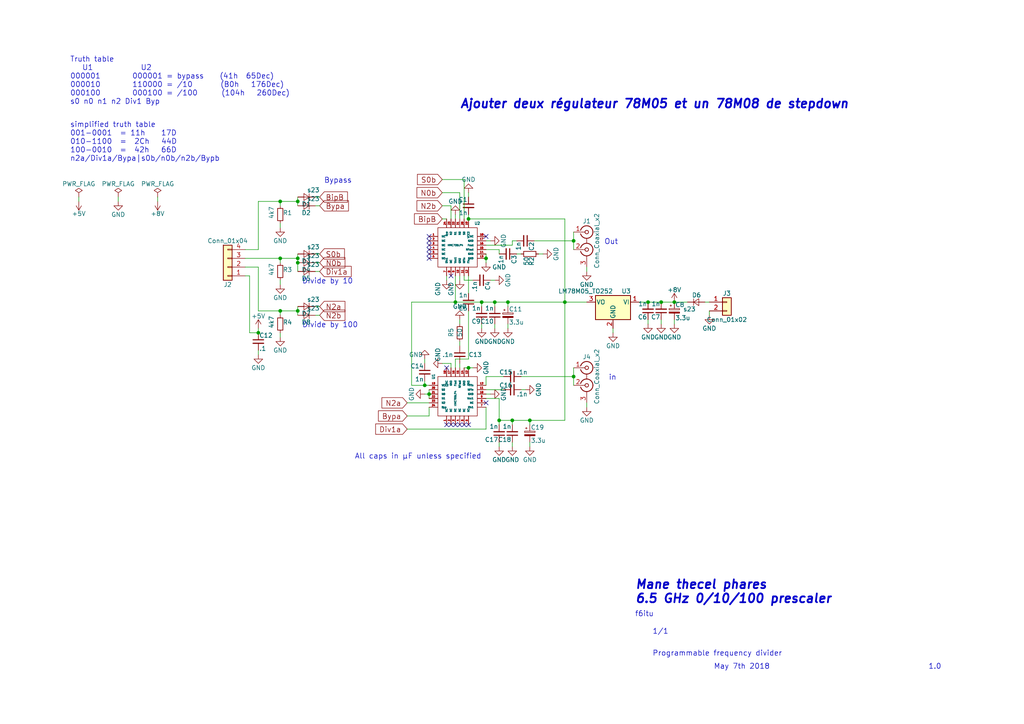
<source format=kicad_sch>
(kicad_sch (version 20230121) (generator eeschema)
  (paper "A4")
  (lib_symbols
    (symbol "prescaler-rescue:+5V" (power) (pin_names (offset 0))
      (property "Value" "+5V" (at 0 3.556 0))
      (symbol "+5V_0_1"
        (polyline (pts (xy -0.762 1.27) (xy 0 2.54)))
        (polyline (pts (xy 0 0) (xy 0 2.54)))
        (polyline (pts (xy 0 2.54) (xy 0.762 1.27)))
      )
      (symbol "+5V_1_1"
        (pin power_in line (at 0 0 90) (length 0) hide (name "+5V") (number "1"))
      )
    )
    (symbol "prescaler-rescue:+8V" (power) (pin_names (offset 0))
      (property "Value" "+8V" (at 0 3.556 0))
      (symbol "+8V_0_1"
        (polyline (pts (xy -0.762 1.27) (xy 0 2.54)))
        (polyline (pts (xy 0 0) (xy 0 2.54)))
        (polyline (pts (xy 0 2.54) (xy 0.762 1.27)))
      )
      (symbol "+8V_1_1"
        (pin power_in line (at 0 0 90) (length 0) hide (name "+8V") (number "1"))
      )
    )
    (symbol "prescaler-rescue:CP_Small" (pin_numbers hide) (pin_names (offset 0.254) hide)
      (property "Reference" "C" (at 0.254 1.778 0))
      (property "Value" "CP_Small" (at 0.254 -2.032 0))
      (symbol "CP_Small_0_1"
        (rectangle (start -1.524 -0.3048) (end 1.524 -0.6858) (fill (type outline)))
        (rectangle (start -1.524 0.6858) (end 1.524 0.3048))
        (polyline (pts (xy -1.27 1.524) (xy -0.762 1.524)))
        (polyline (pts (xy -1.016 1.27) (xy -1.016 1.778)))
      )
      (symbol "CP_Small_1_1"
        (pin passive line (at 0 2.54 270) (length 1.8542) (name "~") (number "1"))
        (pin passive line (at 0 -2.54 90) (length 1.8542) (name "~") (number "2"))
      )
    )
    (symbol "prescaler-rescue:C_Small" (pin_numbers hide) (pin_names (offset 0.254) hide)
      (property "Reference" "C" (at 0.254 1.778 0))
      (property "Value" "C_Small" (at 0.254 -2.032 0))
      (symbol "C_Small_0_1"
        (polyline (pts (xy -1.524 -0.508) (xy 1.524 -0.508)) (stroke (width 0.3302)))
        (polyline (pts (xy -1.524 0.508) (xy 1.524 0.508)) (stroke (width 0.3048)))
      )
      (symbol "C_Small_1_1"
        (pin passive line (at 0 2.54 270) (length 2.032) (name "~") (number "1"))
        (pin passive line (at 0 -2.54 90) (length 2.032) (name "~") (number "2"))
      )
    )
    (symbol "prescaler-rescue:Conn_01x02" (pin_names (offset 1.016) hide)
      (property "Reference" "J" (at 0 2.54 0))
      (property "Value" "Conn_01x02" (at 0 -5.08 0))
      (symbol "Conn_01x02_1_1"
        (rectangle (start -1.27 -2.413) (end 0 -2.667) (stroke (width 0.1524)))
        (rectangle (start -1.27 0.127) (end 0 -0.127) (stroke (width 0.1524)))
        (rectangle (start -1.27 1.27) (end 1.27 -3.81) (stroke (width 0.254)) (fill (type background)))
        (pin passive line (at -5.08 0 0) (length 3.81) (name "Pin_1") (number "1"))
        (pin passive line (at -5.08 -2.54 0) (length 3.81) (name "Pin_2") (number "2"))
      )
    )
    (symbol "prescaler-rescue:Conn_01x04" (pin_names (offset 1.016) hide)
      (property "Reference" "J" (at 0 5.08 0))
      (property "Value" "Conn_01x04" (at 0 -7.62 0))
      (symbol "Conn_01x04_1_1"
        (rectangle (start -1.27 -4.953) (end 0 -5.207) (stroke (width 0.1524)))
        (rectangle (start -1.27 -2.413) (end 0 -2.667) (stroke (width 0.1524)))
        (rectangle (start -1.27 0.127) (end 0 -0.127) (stroke (width 0.1524)))
        (rectangle (start -1.27 2.667) (end 0 2.413) (stroke (width 0.1524)))
        (rectangle (start -1.27 3.81) (end 1.27 -6.35) (stroke (width 0.254)) (fill (type background)))
        (pin passive line (at -5.08 2.54 0) (length 3.81) (name "Pin_1") (number "1"))
        (pin passive line (at -5.08 0 0) (length 3.81) (name "Pin_2") (number "2"))
        (pin passive line (at -5.08 -2.54 0) (length 3.81) (name "Pin_3") (number "3"))
        (pin passive line (at -5.08 -5.08 0) (length 3.81) (name "Pin_4") (number "4"))
      )
    )
    (symbol "prescaler-rescue:Conn_Coaxial_x2" (pin_names (offset 1.016) hide)
      (property "Reference" "J" (at 0 5.715 0))
      (property "Value" "Conn_Coaxial_x2" (at 2.921 0 90))
      (symbol "Conn_Coaxial_x2_0_1"
        (arc (start -1.778 -3.048) (mid 0.2311 -4.3466) (end 1.778 -2.54) (stroke (width 0.254)))
        (arc (start -1.778 2.032) (mid 0.2311 0.7334) (end 1.778 2.54) (stroke (width 0.254)))
        (circle (center 0 -2.54) (radius 0.508) (stroke (width 0.2032)))
        (polyline (pts (xy -1.27 -2.54) (xy -0.508 -2.54)))
        (polyline (pts (xy -1.27 2.54) (xy -0.508 2.54)))
        (polyline (pts (xy 0 -5.08) (xy 0 -4.318)))
        (polyline (pts (xy 0 0.762) (xy 0 -0.635)))
        (circle (center 0 2.54) (radius 0.508) (stroke (width 0.2032)))
        (arc (start 1.778 -2.54) (mid 0.2099 -0.7299) (end -1.778 -2.032) (stroke (width 0.254)))
        (arc (start 1.778 2.54) (mid 0.2099 4.3501) (end -1.778 3.048) (stroke (width 0.254)))
      )
      (symbol "Conn_Coaxial_x2_1_1"
        (pin passive line (at -3.81 2.54 0) (length 2.54) (name "IN1") (number "1"))
        (pin passive line (at -3.81 -2.54 0) (length 2.54) (name "IN2") (number "2"))
        (pin passive line (at 0 -7.62 90) (length 2.54) (name "EXT") (number "3"))
      )
    )
    (symbol "prescaler-rescue:D_Small" (pin_numbers hide) (pin_names (offset 0.254) hide)
      (property "Reference" "D" (at -1.27 2.032 0))
      (property "Value" "D_Small" (at -3.81 -2.032 0))
      (symbol "D_Small_0_1"
        (polyline (pts (xy -0.762 -1.016) (xy -0.762 1.016)))
        (polyline (pts (xy -0.762 0) (xy 0.762 0)))
        (polyline (pts (xy 0.762 -1.016) (xy -0.762 0) (xy 0.762 1.016) (xy 0.762 -1.016)))
      )
      (symbol "D_Small_1_1"
        (pin passive line (at -2.54 0 0) (length 1.778) (name "K") (number "1"))
        (pin passive line (at 2.54 0 180) (length 1.778) (name "A") (number "2"))
      )
    )
    (symbol "prescaler-rescue:GND" (power) (pin_numbers hide) (pin_names (offset 0) hide)
      (property "Value" "GND" (at 0 -3.81 0))
      (symbol "GND_0_1"
        (polyline (pts (xy 0 0) (xy 0 -1.27) (xy 1.27 -1.27) (xy 0 -2.54) (xy -1.27 -1.27) (xy 0 -1.27)))
      )
      (symbol "GND_1_1"
        (pin power_in line (at 0 0 270) (length 0) hide (name "GND") (number "1"))
      )
    )
    (symbol "prescaler-rescue:HMC705LP4" (pin_names (offset 1.016))
      (property "Reference" "U" (at 5.08 7.62 0))
      (property "Value" "HMC705LP4" (at -1.27 1.27 0))
      (symbol "HMC705LP4_0_1"
        (rectangle (start -6.35 6.35) (end 5.08 -5.08))
      )
      (symbol "HMC705LP4_1_1"
        (pin input line (at -8.89 3.81 0) (length 2.54) (name "NC") (number "1"))
        (pin input line (at 0 -7.62 90) (length 2.54) (name "GND") (number "10"))
        (pin input line (at 1.27 -7.62 90) (length 2.54) (name "NFin") (number "11"))
        (pin input line (at 2.54 -7.62 90) (length 2.54) (name "Fin") (number "12"))
        (pin input line (at 7.62 -2.54 180) (length 2.54) (name "GND") (number "13"))
        (pin input line (at 7.62 -1.27 180) (length 2.54) (name "GND") (number "14"))
        (pin input line (at 7.62 0 180) (length 2.54) (name "NFout") (number "15"))
        (pin input line (at 7.62 1.27 180) (length 2.54) (name "Fout") (number "16"))
        (pin input line (at 7.62 2.54 180) (length 2.54) (name "GND") (number "17"))
        (pin input line (at 7.62 3.81 180) (length 2.54) (name "NC") (number "18"))
        (pin input line (at 2.54 8.89 270) (length 2.54) (name "VCC2") (number "19"))
        (pin input line (at -8.89 2.54 0) (length 2.54) (name "NC") (number "2"))
        (pin input line (at 1.27 8.89 270) (length 2.54) (name "S0") (number "20"))
        (pin input line (at 0 8.89 270) (length 2.54) (name "N0") (number "21"))
        (pin input line (at -1.27 8.89 270) (length 2.54) (name "N1") (number "22"))
        (pin input line (at -2.54 8.89 270) (length 2.54) (name "N2") (number "23"))
        (pin input line (at -3.81 8.89 270) (length 2.54) (name "Byp") (number "24"))
        (pin input line (at -8.89 1.27 0) (length 2.54) (name "NC") (number "3"))
        (pin input line (at -8.89 0 0) (length 2.54) (name "NC") (number "4"))
        (pin input line (at -8.89 -1.27 0) (length 2.54) (name "NC") (number "5"))
        (pin input line (at -8.89 -2.54 0) (length 2.54) (name "NC") (number "6"))
        (pin input line (at -3.81 -7.62 90) (length 2.54) (name "Div1") (number "7"))
        (pin input line (at -2.54 -7.62 90) (length 2.54) (name "NC") (number "8"))
        (pin input line (at -1.27 -7.62 90) (length 2.54) (name "Vcc1") (number "9"))
      )
    )
    (symbol "prescaler-rescue:LM78M05_TO252" (pin_names (offset 0.254))
      (property "Reference" "U" (at -3.81 3.175 0))
      (property "Value" "LM78M05_TO252" (at 0 3.175 0))
      (symbol "LM78M05_TO252_0_1"
        (rectangle (start -5.08 1.905) (end 5.08 -5.08) (stroke (width 0.254)) (fill (type background)))
      )
      (symbol "LM78M05_TO252_1_1"
        (pin power_in line (at -7.62 0 0) (length 2.54) (name "VI") (number "1"))
        (pin power_in line (at 0 -7.62 90) (length 2.54) (name "GND") (number "2"))
        (pin power_out line (at 7.62 0 180) (length 2.54) (name "VO") (number "3"))
      )
    )
    (symbol "prescaler-rescue:PWR_FLAG" (power) (pin_numbers hide) (pin_names (offset 0) hide)
      (property "Value" "PWR_FLAG" (at 0 3.81 0))
      (symbol "PWR_FLAG_0_0"
        (pin power_out line (at 0 0 90) (length 0) (name "pwr") (number "1"))
      )
      (symbol "PWR_FLAG_0_1"
        (polyline (pts (xy 0 0) (xy 0 1.27) (xy -1.016 1.905) (xy 0 2.54) (xy 1.016 1.905) (xy 0 1.27)))
      )
    )
    (symbol "prescaler-rescue:R_Small" (pin_numbers hide) (pin_names (offset 0.254) hide)
      (property "Reference" "R" (at 0.762 0.508 0))
      (property "Value" "R_Small" (at 0.762 -1.016 0))
      (symbol "R_Small_0_1"
        (rectangle (start -0.762 1.778) (end 0.762 -1.778) (stroke (width 0.2032)))
      )
      (symbol "R_Small_1_1"
        (pin passive line (at 0 2.54 270) (length 0.762) (name "~") (number "1"))
        (pin passive line (at 0 -2.54 90) (length 0.762) (name "~") (number "2"))
      )
    )
  )
  (junction (at 148.59 121.92))
  (junction (at 123.19 111.76))
  (junction (at 86.36 90.17))
  (junction (at 191.77 87.63))
  (junction (at 81.28 58.42))
  (junction (at 144.78 121.92))
  (junction (at 132.08 87.63))
  (junction (at 124.46 114.3))
  (junction (at 81.28 90.17))
  (junction (at 166.37 69.85))
  (junction (at 187.96 87.63))
  (junction (at 195.58 87.63))
  (junction (at 143.51 87.63))
  (junction (at 163.83 87.63))
  (junction (at 166.37 109.22))
  (junction (at 139.7 87.63))
  (junction (at 135.89 106.68))
  (junction (at 74.93 96.52))
  (junction (at 140.97 74.93))
  (junction (at 86.36 58.42))
  (junction (at 86.36 74.93))
  (junction (at 135.89 63.5))
  (junction (at 147.32 87.63))
  (junction (at 153.67 121.92))
  (junction (at 81.28 74.93))
  (junction (at 86.36 76.2))
  (no_connect (at 124.46 68.58))
  (no_connect (at 129.54 106.68))
  (no_connect (at 124.46 73.66))
  (no_connect (at 132.08 123.19))
  (no_connect (at 124.46 69.85))
  (no_connect (at 124.46 71.12))
  (no_connect (at 135.89 123.19))
  (no_connect (at 140.97 68.58))
  (no_connect (at 124.46 74.93))
  (no_connect (at 129.54 123.19))
  (no_connect (at 130.81 123.19))
  (no_connect (at 133.35 123.19))
  (no_connect (at 124.46 72.39))
  (no_connect (at 130.81 80.01))
  (no_connect (at 134.62 123.19))
  (no_connect (at 140.97 116.84))
  (wire (pts (xy 177.8 95.25) (xy 177.8 96.52)))
  (wire (pts (xy 119.38 87.63) (xy 132.08 87.63)))
  (wire (pts (xy 81.28 74.93) (xy 86.36 74.93)))
  (wire (pts (xy 134.62 80.01) (xy 134.62 81.28)))
  (wire (pts (xy 133.35 100.33) (xy 133.35 99.06)))
  (wire (pts (xy 91.44 88.9) (xy 92.71 88.9)))
  (wire (pts (xy 144.78 129.54) (xy 144.78 128.27)))
  (wire (pts (xy 140.97 109.22) (xy 140.97 111.76)))
  (wire (pts (xy 142.24 69.85) (xy 140.97 69.85)))
  (wire (pts (xy 166.37 69.85) (xy 166.37 72.39)))
  (wire (pts (xy 34.29 57.15) (xy 34.29 58.42)))
  (wire (pts (xy 133.35 93.98) (xy 133.35 92.71)))
  (wire (pts (xy 144.78 72.39) (xy 144.78 73.66)))
  (wire (pts (xy 71.12 80.01) (xy 72.39 80.01)))
  (wire (pts (xy 119.38 111.76) (xy 123.19 111.76)))
  (wire (pts (xy 152.4 113.03) (xy 151.13 113.03)))
  (wire (pts (xy 86.36 88.9) (xy 86.36 90.17)))
  (wire (pts (xy 92.71 73.66) (xy 91.44 73.66)))
  (wire (pts (xy 139.7 87.63) (xy 143.51 87.63)))
  (wire (pts (xy 91.44 57.15) (xy 92.71 57.15)))
  (wire (pts (xy 133.35 80.01) (xy 133.35 81.28)))
  (wire (pts (xy 135.89 62.23) (xy 135.89 63.5)))
  (wire (pts (xy 81.28 58.42) (xy 86.36 58.42)))
  (wire (pts (xy 146.05 113.03) (xy 140.97 113.03)))
  (wire (pts (xy 153.67 129.54) (xy 153.67 128.27)))
  (wire (pts (xy 142.24 114.3) (xy 140.97 114.3)))
  (wire (pts (xy 154.94 69.85) (xy 166.37 69.85)))
  (wire (pts (xy 147.32 88.9) (xy 147.32 87.63)))
  (wire (pts (xy 74.93 90.17) (xy 74.93 77.47)))
  (wire (pts (xy 86.36 58.42) (xy 86.36 59.69)))
  (wire (pts (xy 148.59 69.85) (xy 149.86 69.85)))
  (wire (pts (xy 81.28 81.28) (xy 81.28 82.55)))
  (wire (pts (xy 135.89 85.09) (xy 135.89 80.01)))
  (wire (pts (xy 118.11 124.46) (xy 140.97 124.46)))
  (wire (pts (xy 72.39 80.01) (xy 72.39 96.52)))
  (wire (pts (xy 92.71 59.69) (xy 91.44 59.69)))
  (wire (pts (xy 132.08 104.14) (xy 135.89 104.14)))
  (wire (pts (xy 163.83 121.92) (xy 153.67 121.92)))
  (wire (pts (xy 149.86 73.66) (xy 151.13 73.66)))
  (wire (pts (xy 123.19 110.49) (xy 123.19 111.76)))
  (wire (pts (xy 81.28 76.2) (xy 81.28 74.93)))
  (wire (pts (xy 166.37 67.31) (xy 166.37 69.85)))
  (wire (pts (xy 86.36 76.2) (xy 86.36 78.74)))
  (wire (pts (xy 128.27 105.41) (xy 130.81 105.41)))
  (wire (pts (xy 187.96 93.98) (xy 187.96 92.71)))
  (wire (pts (xy 140.97 73.66) (xy 140.97 74.93)))
  (wire (pts (xy 191.77 93.98) (xy 191.77 92.71)))
  (wire (pts (xy 163.83 87.63) (xy 170.18 87.63)))
  (wire (pts (xy 74.93 77.47) (xy 71.12 77.47)))
  (wire (pts (xy 143.51 87.63) (xy 147.32 87.63)))
  (wire (pts (xy 195.58 93.98) (xy 195.58 92.71)))
  (wire (pts (xy 124.46 113.03) (xy 124.46 114.3)))
  (wire (pts (xy 140.97 115.57) (xy 144.78 115.57)))
  (wire (pts (xy 132.08 106.68) (xy 132.08 104.14)))
  (wire (pts (xy 128.27 52.07) (xy 134.62 52.07)))
  (wire (pts (xy 140.97 74.93) (xy 140.97 76.2)))
  (wire (pts (xy 144.78 121.92) (xy 144.78 123.19)))
  (wire (pts (xy 123.19 104.14) (xy 123.19 105.41)))
  (wire (pts (xy 134.62 81.28) (xy 137.16 81.28)))
  (wire (pts (xy 71.12 74.93) (xy 81.28 74.93)))
  (wire (pts (xy 124.46 114.3) (xy 123.19 114.3)))
  (wire (pts (xy 148.59 121.92) (xy 144.78 121.92)))
  (wire (pts (xy 92.71 91.44) (xy 91.44 91.44)))
  (wire (pts (xy 22.86 57.15) (xy 22.86 58.42)))
  (wire (pts (xy 139.7 87.63) (xy 139.7 88.9)))
  (wire (pts (xy 133.35 105.41) (xy 133.35 106.68)))
  (wire (pts (xy 81.28 90.17) (xy 86.36 90.17)))
  (wire (pts (xy 123.19 111.76) (xy 124.46 111.76)))
  (wire (pts (xy 74.93 72.39) (xy 71.12 72.39)))
  (wire (pts (xy 135.89 106.68) (xy 137.16 106.68)))
  (wire (pts (xy 185.42 87.63) (xy 187.96 87.63)))
  (wire (pts (xy 148.59 129.54) (xy 148.59 128.27)))
  (wire (pts (xy 128.27 59.69) (xy 130.81 59.69)))
  (wire (pts (xy 191.77 87.63) (xy 195.58 87.63)))
  (wire (pts (xy 74.93 95.25) (xy 74.93 96.52)))
  (wire (pts (xy 128.27 63.5) (xy 129.54 63.5)))
  (wire (pts (xy 166.37 109.22) (xy 166.37 111.76)))
  (wire (pts (xy 81.28 64.77) (xy 81.28 66.04)))
  (wire (pts (xy 124.46 120.65) (xy 124.46 118.11)))
  (wire (pts (xy 92.71 76.2) (xy 91.44 76.2)))
  (wire (pts (xy 81.28 96.52) (xy 81.28 97.79)))
  (wire (pts (xy 128.27 55.88) (xy 133.35 55.88)))
  (wire (pts (xy 81.28 59.69) (xy 81.28 58.42)))
  (wire (pts (xy 147.32 87.63) (xy 163.83 87.63)))
  (wire (pts (xy 134.62 52.07) (xy 134.62 63.5)))
  (wire (pts (xy 151.13 109.22) (xy 166.37 109.22)))
  (wire (pts (xy 140.97 124.46) (xy 140.97 118.11)))
  (wire (pts (xy 74.93 102.87) (xy 74.93 101.6)))
  (wire (pts (xy 163.83 63.5) (xy 163.83 87.63)))
  (wire (pts (xy 147.32 95.25) (xy 147.32 93.98)))
  (wire (pts (xy 139.7 95.25) (xy 139.7 93.98)))
  (wire (pts (xy 81.28 91.44) (xy 81.28 90.17)))
  (wire (pts (xy 74.93 58.42) (xy 81.28 58.42)))
  (wire (pts (xy 148.59 123.19) (xy 148.59 121.92)))
  (wire (pts (xy 156.21 73.66) (xy 157.48 73.66)))
  (wire (pts (xy 134.62 106.68) (xy 135.89 106.68)))
  (wire (pts (xy 132.08 63.5) (xy 132.08 62.23)))
  (wire (pts (xy 166.37 106.68) (xy 166.37 109.22)))
  (wire (pts (xy 92.71 78.74) (xy 91.44 78.74)))
  (wire (pts (xy 86.36 73.66) (xy 86.36 74.93)))
  (wire (pts (xy 74.93 58.42) (xy 74.93 72.39)))
  (wire (pts (xy 119.38 87.63) (xy 119.38 111.76)))
  (wire (pts (xy 135.89 55.88) (xy 135.89 57.15)))
  (wire (pts (xy 153.67 121.92) (xy 148.59 121.92)))
  (wire (pts (xy 124.46 114.3) (xy 124.46 115.57)))
  (wire (pts (xy 187.96 87.63) (xy 191.77 87.63)))
  (wire (pts (xy 129.54 80.01) (xy 129.54 81.28)))
  (wire (pts (xy 132.08 87.63) (xy 132.08 80.01)))
  (wire (pts (xy 140.97 71.12) (xy 148.59 71.12)))
  (wire (pts (xy 130.81 59.69) (xy 130.81 63.5)))
  (wire (pts (xy 72.39 96.52) (xy 74.93 96.52)))
  (wire (pts (xy 132.08 87.63) (xy 139.7 87.63)))
  (wire (pts (xy 163.83 87.63) (xy 163.83 121.92)))
  (wire (pts (xy 170.18 78.74) (xy 170.18 77.47)))
  (wire (pts (xy 130.81 105.41) (xy 130.81 106.68)))
  (wire (pts (xy 86.36 57.15) (xy 86.36 58.42)))
  (wire (pts (xy 170.18 118.11) (xy 170.18 116.84)))
  (wire (pts (xy 86.36 90.17) (xy 86.36 91.44)))
  (wire (pts (xy 140.97 72.39) (xy 144.78 72.39)))
  (wire (pts (xy 133.35 55.88) (xy 133.35 63.5)))
  (wire (pts (xy 144.78 115.57) (xy 144.78 121.92)))
  (wire (pts (xy 118.11 120.65) (xy 124.46 120.65)))
  (wire (pts (xy 153.67 123.19) (xy 153.67 121.92)))
  (wire (pts (xy 135.89 63.5) (xy 163.83 63.5)))
  (wire (pts (xy 74.93 90.17) (xy 81.28 90.17)))
  (wire (pts (xy 195.58 87.63) (xy 199.39 87.63)))
  (wire (pts (xy 143.51 87.63) (xy 143.51 88.9)))
  (wire (pts (xy 86.36 74.93) (xy 86.36 76.2)))
  (wire (pts (xy 205.74 87.63) (xy 204.47 87.63)))
  (wire (pts (xy 135.89 104.14) (xy 135.89 90.17)))
  (wire (pts (xy 205.74 91.44) (xy 205.74 90.17)))
  (wire (pts (xy 45.72 57.15) (xy 45.72 58.42)))
  (wire (pts (xy 148.59 71.12) (xy 148.59 69.85)))
  (wire (pts (xy 143.51 95.25) (xy 143.51 93.98)))
  (wire (pts (xy 140.97 109.22) (xy 146.05 109.22)))
  (wire (pts (xy 124.46 116.84) (xy 118.11 116.84)))
  (wire (pts (xy 142.24 81.28) (xy 143.51 81.28)))
  (text "Divide by 100" (at 87.63 95.25 0) (effects (font (size 1.524 1.524)) (justify left bottom)))
  (text "Out\n" (at 175.26 71.12 0) (effects (font (size 1.524 1.524)) (justify left bottom)))
  (text "Programmable frequency divider" (at 189.23 190.5 0) (effects (font (size 1.524 1.524)) (justify left bottom)))
  (text "simplified truth table\n001-0001  = 11h    17D\n010-1100  =  2Ch   44D\n100-0010  =  42h   66D\nn2a/Div1a/Bypa|s0b/n0b/n2b/Bypb\n" (at 20.32 46.99 0) (effects (font (size 1.524 1.524)) (justify left bottom)))
  (text "Truth table\n   U1            U2\n000001        000001 = bypass    (41h  65Dec)\n000010        110000 = /10       (B0h   176Dec)\n000100        000100 = /100      (104h   260Dec)\ns0 n0 n1 n2 Div1 Byp" (at 20.32 30.48 0) (effects (font (size 1.524 1.524)) (justify left bottom)))
  (text "1/1" (at 189.23 184.15 0) (effects (font (size 1.524 1.524)) (justify left bottom)))
  (text "in" (at 176.53 110.49 0) (effects (font (size 1.524 1.524)) (justify left bottom)))
  (text "Bypass" (at 93.98 53.34 0) (effects (font (size 1.524 1.524)) (justify left bottom)))
  (text "May 7th 2018" (at 207.01 194.31 0) (effects (font (size 1.524 1.524)) (justify left bottom)))
  (text "f6itu" (at 184.15 179.07 0) (effects (font (size 1.524 1.524)) (justify left bottom)))
  (text "All caps in µF unless specified" (at 102.87 133.35 0) (effects (font (size 1.524 1.524)) (justify left bottom)))
  (text "Ajouter deux régulateur 78M05 et un 78M08 de stepdown" (at 133.35 31.75 0) (effects (font (size 2.54 2.54) (thickness 0.508) bold italic) (justify left bottom)))
  (text "Divide by 10" (at 87.63 82.55 0) (effects (font (size 1.524 1.524)) (justify left bottom)))
  (text "\nMane thecel phares\n6.5 GHz 0/10/100 prescaler" (at 184.15 175.26 0) (effects (font (size 2.54 2.54) (thickness 0.508) bold italic) (justify left bottom)))
  (text "1.0" (at 269.24 194.31 0) (effects (font (size 1.524 1.524)) (justify left bottom)))
  (global_label "BipB" (shape input) (at 128.27 63.5 180) (effects (font (size 1.524 1.524))) (property "Intersheetrefs" "${INTERSHEET_REFS}" (effects hide)))
  (global_label "N0b" (shape input) (at 128.27 55.88 180) (effects (font (size 1.524 1.524))) (property "Intersheetrefs" "${INTERSHEET_REFS}" (effects hide)))
  (global_label "N2a" (shape input) (at 92.71 88.9 0) (effects (font (size 1.524 1.524))) (property "Intersheetrefs" "${INTERSHEET_REFS}" (effects hide)))
  (global_label "Div1a" (shape input) (at 92.71 78.74 0) (effects (font (size 1.524 1.524))) (property "Intersheetrefs" "${INTERSHEET_REFS}" (effects hide)))
  (global_label "N2a" (shape input) (at 118.11 116.84 180) (effects (font (size 1.524 1.524))) (property "Intersheetrefs" "${INTERSHEET_REFS}" (effects hide)))
  (global_label "N0b" (shape input) (at 92.71 76.2 0) (effects (font (size 1.524 1.524))) (property "Intersheetrefs" "${INTERSHEET_REFS}" (effects hide)))
  (global_label "Bypa" (shape input) (at 92.71 59.69 0) (effects (font (size 1.524 1.524))) (property "Intersheetrefs" "${INTERSHEET_REFS}" (effects hide)))
  (global_label "Bypa" (shape input) (at 118.11 120.65 180) (effects (font (size 1.524 1.524))) (property "Intersheetrefs" "${INTERSHEET_REFS}" (effects hide)))
  (global_label "Div1a" (shape input) (at 118.11 124.46 180) (effects (font (size 1.524 1.524))) (property "Intersheetrefs" "${INTERSHEET_REFS}" (effects hide)))
  (global_label "N2b" (shape input) (at 92.71 91.44 0) (effects (font (size 1.524 1.524))) (property "Intersheetrefs" "${INTERSHEET_REFS}" (effects hide)))
  (global_label "S0b" (shape input) (at 128.27 52.07 180) (effects (font (size 1.524 1.524))) (property "Intersheetrefs" "${INTERSHEET_REFS}" (effects hide)))
  (global_label "BipB" (shape input) (at 92.71 57.15 0) (effects (font (size 1.524 1.524))) (property "Intersheetrefs" "${INTERSHEET_REFS}" (effects hide)))
  (global_label "N2b" (shape input) (at 128.27 59.69 180) (effects (font (size 1.524 1.524))) (property "Intersheetrefs" "${INTERSHEET_REFS}" (effects hide)))
  (global_label "S0b" (shape input) (at 92.71 73.66 0) (effects (font (size 1.524 1.524))) (property "Intersheetrefs" "${INTERSHEET_REFS}" (effects hide)))
  (symbol (lib_id "prescaler-rescue:HMC705LP4") (at 133.35 114.3 90) (unit 1)
    (property "Reference" "U1" (at 125.73 109.22 0) (effects (font (size 0.762 0.762))))
    (property "Value" "HMC705LP4" (at 132.08 115.57 0) (effects (font (size 0.508 0.508))))
  )
  (symbol (lib_id "prescaler-rescue:HMC705LP4") (at 133.35 72.39 0) (unit 1)
    (property "Reference" "U2" (at 138.43 64.77 0) (effects (font (size 0.762 0.762))))
    (property "Value" "HMC705LP4" (at 132.08 71.12 0) (effects (font (size 0.508 0.508))))
  )
  (symbol (lib_id "prescaler-rescue:C_Small") (at 148.59 109.22 270) (unit 1)
    (property "Reference" "C15" (at 144.78 107.95 90) (effects (justify left)))
    (property "Value" ".1n" (at 149.86 107.95 90) (effects (justify left)))
  )
  (symbol (lib_id "prescaler-rescue:C_Small") (at 148.59 113.03 270) (unit 1)
    (property "Reference" "C16" (at 144.78 111.76 90) (effects (justify left)))
    (property "Value" ".1n" (at 149.86 114.3 90) (effects (justify left)))
  )
  (symbol (lib_id "prescaler-rescue:GND") (at 137.16 106.68 90) (unit 1)
    (property "Reference" "#PWR01" (effects hide))
    (property "Value" "GND" (at 140.97 106.68 0))
  )
  (symbol (lib_id "prescaler-rescue:GND") (at 128.27 105.41 270) (unit 1)
    (property "Reference" "#PWR02" (effects hide))
    (property "Value" "GND" (at 127 102.87 0))
  )
  (symbol (lib_id "prescaler-rescue:C_Small") (at 152.4 69.85 270) (unit 1)
    (property "Reference" "C2" (at 154.178 70.104 0) (effects (justify left)))
    (property "Value" "1n" (at 150.368 70.104 0) (effects (justify left)))
  )
  (symbol (lib_id "prescaler-rescue:GND") (at 123.19 114.3 270) (unit 1)
    (property "Reference" "#PWR03" (effects hide))
    (property "Value" "GND" (at 119.38 114.3 0))
  )
  (symbol (lib_id "prescaler-rescue:GND") (at 132.08 62.23 180) (unit 1)
    (property "Reference" "#PWR04" (effects hide))
    (property "Value" "GND" (at 132.08 58.42 0))
  )
  (symbol (lib_id "prescaler-rescue:D_Small") (at 88.9 57.15 180) (unit 1)
    (property "Reference" "D1" (at 90.17 59.182 0) (effects (justify left)))
    (property "Value" "s23" (at 92.71 55.118 0) (effects (justify left)))
  )
  (symbol (lib_id "prescaler-rescue:D_Small") (at 88.9 59.69 180) (unit 1)
    (property "Reference" "D2" (at 90.17 61.722 0) (effects (justify left)))
    (property "Value" "s23" (at 92.71 57.658 0) (effects (justify left)))
  )
  (symbol (lib_id "prescaler-rescue:D_Small") (at 88.9 73.66 180) (unit 1)
    (property "Reference" "D3" (at 90.17 75.692 0) (effects (justify left)))
    (property "Value" "s23" (at 92.71 71.628 0) (effects (justify left)))
  )
  (symbol (lib_id "prescaler-rescue:D_Small") (at 88.9 76.2 180) (unit 1)
    (property "Reference" "D4" (at 90.17 78.232 0) (effects (justify left)))
    (property "Value" "s23" (at 92.71 74.168 0) (effects (justify left)))
  )
  (symbol (lib_id "prescaler-rescue:D_Small") (at 88.9 78.74 180) (unit 1)
    (property "Reference" "D5" (at 90.17 80.772 0) (effects (justify left)))
    (property "Value" "s23" (at 92.71 76.708 0) (effects (justify left)))
  )
  (symbol (lib_id "prescaler-rescue:D_Small") (at 88.9 88.9 180) (unit 1)
    (property "Reference" "D7" (at 90.17 90.932 0) (effects (justify left)))
    (property "Value" "s23" (at 92.71 86.868 0) (effects (justify left)))
  )
  (symbol (lib_id "prescaler-rescue:D_Small") (at 88.9 91.44 180) (unit 1)
    (property "Reference" "D8" (at 90.17 93.472 0) (effects (justify left)))
    (property "Value" "s23" (at 92.71 89.408 0) (effects (justify left)))
  )
  (symbol (lib_id "prescaler-rescue:R_Small") (at 81.28 62.23 0) (unit 1)
    (property "Reference" "R1" (at 82.042 61.722 0) (effects (justify left)))
    (property "Value" "4k7" (at 78.74 63.5 90) (effects (justify left)))
  )
  (symbol (lib_id "prescaler-rescue:GND") (at 81.28 66.04 0) (unit 1)
    (property "Reference" "#PWR05" (effects hide))
    (property "Value" "GND" (at 81.28 69.85 0))
  )
  (symbol (lib_id "prescaler-rescue:R_Small") (at 81.28 78.74 0) (unit 1)
    (property "Reference" "R3" (at 82.042 78.232 0) (effects (justify left)))
    (property "Value" "4k7" (at 78.74 80.01 90) (effects (justify left)))
  )
  (symbol (lib_id "prescaler-rescue:GND") (at 81.28 82.55 0) (unit 1)
    (property "Reference" "#PWR06" (effects hide))
    (property "Value" "GND" (at 81.28 86.36 0))
  )
  (symbol (lib_id "prescaler-rescue:R_Small") (at 81.28 93.98 0) (unit 1)
    (property "Reference" "R4" (at 82.042 93.472 0) (effects (justify left)))
    (property "Value" "4k7" (at 78.74 95.25 90) (effects (justify left)))
  )
  (symbol (lib_id "prescaler-rescue:GND") (at 81.28 97.79 0) (unit 1)
    (property "Reference" "#PWR07" (effects hide))
    (property "Value" "GND" (at 81.28 101.6 0))
  )
  (symbol (lib_id "prescaler-rescue:+5V") (at 74.93 95.25 0) (unit 1)
    (property "Reference" "#PWR08" (effects hide))
    (property "Value" "+5V" (at 74.93 91.694 0))
  )
  (symbol (lib_id "prescaler-rescue:C_Small") (at 74.93 99.06 0) (unit 1)
    (property "Reference" "C12" (at 75.184 97.282 0) (effects (justify left)))
    (property "Value" ".1" (at 75.184 101.092 0) (effects (justify left)))
  )
  (symbol (lib_id "prescaler-rescue:GND") (at 74.93 102.87 0) (unit 1)
    (property "Reference" "#PWR09" (effects hide))
    (property "Value" "GND" (at 74.93 106.68 0))
  )
  (symbol (lib_id "prescaler-rescue:Conn_01x04") (at 66.04 77.47 180) (unit 1)
    (property "Reference" "J2" (at 66.04 82.55 0))
    (property "Value" "Conn_01x04" (at 66.04 69.85 0))
  )
  (symbol (lib_id "prescaler-rescue:GND") (at 133.35 81.28 0) (unit 1)
    (property "Reference" "#PWR010" (effects hide))
    (property "Value" "GND" (at 130.81 83.82 90))
  )
  (symbol (lib_id "prescaler-rescue:C_Small") (at 139.7 91.44 180) (unit 1)
    (property "Reference" "C9" (at 139.446 93.218 0) (effects (justify left)))
    (property "Value" "1n" (at 139.446 89.408 0) (effects (justify left)))
  )
  (symbol (lib_id "prescaler-rescue:GND") (at 139.7 95.25 0) (unit 1)
    (property "Reference" "#PWR011" (effects hide))
    (property "Value" "GND" (at 139.7 99.06 0))
  )
  (symbol (lib_id "prescaler-rescue:C_Small") (at 143.51 91.44 180) (unit 1)
    (property "Reference" "C10" (at 143.256 93.218 0) (effects (justify left)))
    (property "Value" "1n" (at 143.256 89.408 0) (effects (justify left)))
  )
  (symbol (lib_id "prescaler-rescue:GND") (at 143.51 95.25 0) (unit 1)
    (property "Reference" "#PWR012" (effects hide))
    (property "Value" "GND" (at 143.51 99.06 0))
  )
  (symbol (lib_id "prescaler-rescue:C_Small") (at 144.78 125.73 180) (unit 1)
    (property "Reference" "C17" (at 144.526 127.508 0) (effects (justify left)))
    (property "Value" "1n" (at 144.526 123.698 0) (effects (justify left)))
  )
  (symbol (lib_id "prescaler-rescue:GND") (at 144.78 129.54 0) (unit 1)
    (property "Reference" "#PWR013" (effects hide))
    (property "Value" "GND" (at 144.78 133.35 0))
  )
  (symbol (lib_id "prescaler-rescue:C_Small") (at 148.59 125.73 180) (unit 1)
    (property "Reference" "C18" (at 148.336 127.508 0) (effects (justify left)))
    (property "Value" "1n" (at 148.336 123.698 0) (effects (justify left)))
  )
  (symbol (lib_id "prescaler-rescue:GND") (at 148.59 129.54 0) (unit 1)
    (property "Reference" "#PWR014" (effects hide))
    (property "Value" "GND" (at 148.59 133.35 0))
  )
  (symbol (lib_id "prescaler-rescue:C_Small") (at 123.19 107.95 0) (mirror y) (unit 1)
    (property "Reference" "C14" (at 122.936 106.172 0) (effects (justify left)))
    (property "Value" "1n" (at 122.936 109.982 0) (effects (justify left)))
  )
  (symbol (lib_id "prescaler-rescue:GND") (at 123.19 104.14 0) (mirror x) (unit 1)
    (property "Reference" "#PWR015" (effects hide))
    (property "Value" "GND" (at 120.65 102.87 0))
  )
  (symbol (lib_id "prescaler-rescue:C_Small") (at 135.89 59.69 0) (mirror y) (unit 1)
    (property "Reference" "C1" (at 135.636 57.912 0) (effects (justify left)))
    (property "Value" "1n" (at 135.636 61.722 0) (effects (justify left)))
  )
  (symbol (lib_id "prescaler-rescue:GND") (at 135.89 55.88 0) (mirror x) (unit 1)
    (property "Reference" "#PWR016" (effects hide))
    (property "Value" "GND" (at 135.89 52.07 0))
  )
  (symbol (lib_id "prescaler-rescue:CP_Small") (at 147.32 91.44 0) (unit 1)
    (property "Reference" "C11" (at 147.574 89.662 0) (effects (justify left)))
    (property "Value" "3.3u" (at 147.574 93.472 0) (effects (justify left)))
  )
  (symbol (lib_id "prescaler-rescue:GND") (at 147.32 95.25 0) (unit 1)
    (property "Reference" "#PWR017" (effects hide))
    (property "Value" "GND" (at 147.32 99.06 0))
  )
  (symbol (lib_id "prescaler-rescue:CP_Small") (at 153.67 125.73 0) (unit 1)
    (property "Reference" "C19" (at 153.924 123.952 0) (effects (justify left)))
    (property "Value" "3.3u" (at 153.924 127.762 0) (effects (justify left)))
  )
  (symbol (lib_id "prescaler-rescue:GND") (at 153.67 129.54 0) (unit 1)
    (property "Reference" "#PWR018" (effects hide))
    (property "Value" "GND" (at 153.67 133.35 0))
  )
  (symbol (lib_id "prescaler-rescue:C_Small") (at 147.32 73.66 270) (unit 1)
    (property "Reference" "C3" (at 149.098 73.914 0) (effects (justify left)))
    (property "Value" ".1n" (at 145.288 73.914 0) (effects (justify left)))
  )
  (symbol (lib_id "prescaler-rescue:R_Small") (at 153.67 73.66 270) (unit 1)
    (property "Reference" "R2" (at 154.178 74.422 0) (effects (justify left)))
    (property "Value" "50" (at 152.654 74.422 0) (effects (justify left)))
  )
  (symbol (lib_id "prescaler-rescue:GND") (at 157.48 73.66 90) (unit 1)
    (property "Reference" "#PWR019" (effects hide))
    (property "Value" "GND" (at 161.29 73.66 0))
  )
  (symbol (lib_id "prescaler-rescue:C_Small") (at 133.35 102.87 0) (unit 1)
    (property "Reference" "C13" (at 135.89 102.87 0) (effects (justify left)))
    (property "Value" ".1n" (at 128.27 102.87 0) (effects (justify left)))
  )
  (symbol (lib_id "prescaler-rescue:R_Small") (at 133.35 96.52 0) (unit 1)
    (property "Reference" "R5" (at 130.81 97.79 90) (effects (justify left)))
    (property "Value" "50" (at 133.35 97.79 90) (effects (justify left)))
  )
  (symbol (lib_id "prescaler-rescue:GND") (at 133.35 92.71 180) (unit 1)
    (property "Reference" "#PWR020" (effects hide))
    (property "Value" "GND" (at 133.35 88.9 0))
  )
  (symbol (lib_id "prescaler-rescue:C_Small") (at 139.7 81.28 270) (unit 1)
    (property "Reference" "C4" (at 141.478 81.534 0) (effects (justify left)))
    (property "Value" ".1n" (at 137.668 81.534 0) (effects (justify left)))
  )
  (symbol (lib_id "prescaler-rescue:GND") (at 143.51 81.28 90) (unit 1)
    (property "Reference" "#PWR032" (effects hide))
    (property "Value" "GND" (at 147.32 81.28 0))
  )
  (symbol (lib_id "prescaler-rescue:GND") (at 152.4 113.03 90) (unit 1)
    (property "Reference" "#PWR021" (effects hide))
    (property "Value" "GND" (at 156.21 113.03 0))
  )
  (symbol (lib_id "prescaler-rescue:Conn_Coaxial_x2") (at 170.18 69.85 0) (unit 1)
    (property "Reference" "J1" (at 170.18 64.135 0))
    (property "Value" "Conn_Coaxial_x2" (at 173.101 69.85 90))
  )
  (symbol (lib_id "prescaler-rescue:Conn_Coaxial_x2") (at 170.18 109.22 0) (unit 1)
    (property "Reference" "J4" (at 170.18 103.505 0))
    (property "Value" "Conn_Coaxial_x2" (at 173.101 109.22 90))
  )
  (symbol (lib_id "prescaler-rescue:GND") (at 34.29 58.42 0) (unit 1)
    (property "Reference" "#PWR022" (effects hide))
    (property "Value" "GND" (at 34.29 62.23 0))
  )
  (symbol (lib_id "prescaler-rescue:GND") (at 170.18 118.11 0) (unit 1)
    (property "Reference" "#PWR023" (effects hide))
    (property "Value" "GND" (at 170.18 121.92 0))
  )
  (symbol (lib_id "prescaler-rescue:C_Small") (at 135.89 87.63 180) (unit 1)
    (property "Reference" "C5" (at 135.636 89.408 0) (effects (justify left)))
    (property "Value" "1n" (at 135.636 85.598 0) (effects (justify left)))
  )
  (symbol (lib_id "prescaler-rescue:GND") (at 142.24 114.3 90) (unit 1)
    (property "Reference" "#PWR024" (effects hide))
    (property "Value" "GND" (at 146.05 114.3 0))
  )
  (symbol (lib_id "prescaler-rescue:GND") (at 140.97 76.2 0) (unit 1)
    (property "Reference" "#PWR025" (effects hide))
    (property "Value" "GND" (at 144.78 77.47 0))
  )
  (symbol (lib_id "prescaler-rescue:GND") (at 142.24 69.85 90) (unit 1)
    (property "Reference" "#PWR026" (effects hide))
    (property "Value" "GND" (at 146.05 69.85 0))
  )
  (symbol (lib_id "prescaler-rescue:+5V") (at 22.86 58.42 180) (unit 1)
    (property "Reference" "#PWR027" (effects hide))
    (property "Value" "+5V" (at 22.86 61.976 0))
  )
  (symbol (lib_id "prescaler-rescue:PWR_FLAG") (at 22.86 57.15 0) (unit 1)
    (property "Reference" "#FLG028" (effects hide))
    (property "Value" "PWR_FLAG" (at 22.86 53.34 0))
  )
  (symbol (lib_id "prescaler-rescue:PWR_FLAG") (at 34.29 57.15 0) (unit 1)
    (property "Reference" "#FLG029" (effects hide))
    (property "Value" "PWR_FLAG" (at 34.29 53.34 0))
  )
  (symbol (lib_id "prescaler-rescue:GND") (at 170.18 78.74 0) (unit 1)
    (property "Reference" "#PWR030" (effects hide))
    (property "Value" "GND" (at 170.18 82.55 0))
  )
  (symbol (lib_id "prescaler-rescue:LM78M05_TO252") (at 177.8 87.63 0) (mirror y) (unit 1)
    (property "Reference" "U3" (at 181.61 84.455 0))
    (property "Value" "LM78M05_TO252" (at 177.8 84.455 0) (effects (justify left)))
    (property "Footprint" "Package_TO_SOT_SMD:TO-252-2" (effects hide))
  )
  (symbol (lib_id "prescaler-rescue:GND") (at 177.8 96.52 0) (unit 1)
    (property "Reference" "#PWR033" (effects hide))
    (property "Value" "GND" (at 177.8 100.33 0))
  )
  (symbol (lib_id "prescaler-rescue:C_Small") (at 187.96 90.17 180) (unit 1)
    (property "Reference" "C6" (at 187.706 91.948 0) (effects (justify left)))
    (property "Value" "1n" (at 187.706 88.138 0) (effects (justify left)))
  )
  (symbol (lib_id "prescaler-rescue:GND") (at 187.96 93.98 0) (unit 1)
    (property "Reference" "#PWR034" (effects hide))
    (property "Value" "GND" (at 187.96 97.79 0))
  )
  (symbol (lib_id "prescaler-rescue:C_Small") (at 191.77 90.17 180) (unit 1)
    (property "Reference" "C7" (at 191.516 91.948 0) (effects (justify left)))
    (property "Value" "1n" (at 191.516 88.138 0) (effects (justify left)))
  )
  (symbol (lib_id "prescaler-rescue:GND") (at 191.77 93.98 0) (unit 1)
    (property "Reference" "#PWR035" (effects hide))
    (property "Value" "GND" (at 191.77 97.79 0))
  )
  (symbol (lib_id "prescaler-rescue:CP_Small") (at 195.58 90.17 0) (unit 1)
    (property "Reference" "C8" (at 195.834 88.392 0) (effects (justify left)))
    (property "Value" "3.3u" (at 195.834 92.202 0) (effects (justify left)))
  )
  (symbol (lib_id "prescaler-rescue:GND") (at 195.58 93.98 0) (unit 1)
    (property "Reference" "#PWR036" (effects hide))
    (property "Value" "GND" (at 195.58 97.79 0))
  )
  (symbol (lib_id "prescaler-rescue:D_Small") (at 201.93 87.63 0) (unit 1)
    (property "Reference" "D6" (at 200.66 85.598 0) (effects (justify left)))
    (property "Value" "s23" (at 198.12 89.662 0) (effects (justify left)))
  )
  (symbol (lib_id "prescaler-rescue:Conn_01x02") (at 210.82 87.63 0) (unit 1)
    (property "Reference" "J3" (at 210.82 85.09 0))
    (property "Value" "Conn_01x02" (at 210.82 92.71 0))
  )
  (symbol (lib_id "prescaler-rescue:GND") (at 205.74 91.44 0) (unit 1)
    (property "Reference" "#PWR037" (effects hide))
    (property "Value" "GND" (at 205.74 95.25 0))
  )
  (symbol (lib_id "prescaler-rescue:+8V") (at 195.58 87.63 0) (unit 1)
    (property "Reference" "#PWR038" (effects hide))
    (property "Value" "+8V" (at 195.58 84.074 0))
  )
  (symbol (lib_id "prescaler-rescue:+8V") (at 45.72 58.42 180) (unit 1)
    (property "Reference" "#PWR039" (effects hide))
    (property "Value" "+8V" (at 45.72 61.976 0))
  )
  (symbol (lib_id "prescaler-rescue:PWR_FLAG") (at 45.72 57.15 0) (unit 1)
    (property "Reference" "#FLG040" (effects hide))
    (property "Value" "PWR_FLAG" (at 45.72 53.34 0))
  )
  (symbol (lib_id "prescaler-rescue:GND") (at 129.54 81.28 0) (mirror y) (unit 1)
    (property "Reference" "#PWR031" (effects hide))
    (property "Value" "GND" (at 127 83.82 90))
  )
)
</source>
